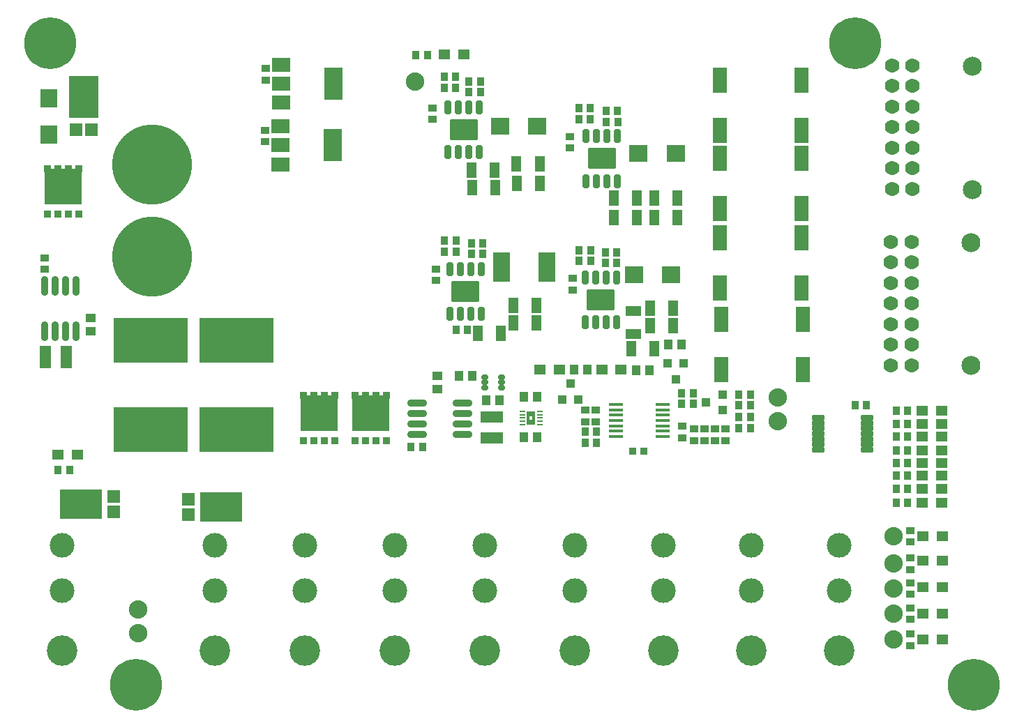
<source format=gts>
G04*
G04 #@! TF.GenerationSoftware,Altium Limited,Altium Designer,19.1.7 (138)*
G04*
G04 Layer_Color=8388736*
%FSLAX25Y25*%
%MOIN*%
G70*
G01*
G75*
%ADD39R,0.06600X0.01400*%
%ADD52R,0.04343X0.03556*%
%ADD53R,0.08674X0.06706*%
%ADD54R,0.08674X0.15761*%
%ADD55R,0.03359X0.03280*%
%ADD56R,0.04540X0.07493*%
%ADD57R,0.03556X0.04343*%
G04:AMPARAMS|DCode=58|XSize=31.62mil|YSize=65.09mil|CornerRadius=6.01mil|HoleSize=0mil|Usage=FLASHONLY|Rotation=0.000|XOffset=0mil|YOffset=0mil|HoleType=Round|Shape=RoundedRectangle|*
%AMROUNDEDRECTD58*
21,1,0.03162,0.05307,0,0,0.0*
21,1,0.01961,0.06509,0,0,0.0*
1,1,0.01202,0.00980,-0.02653*
1,1,0.01202,-0.00980,-0.02653*
1,1,0.01202,-0.00980,0.02653*
1,1,0.01202,0.00980,0.02653*
%
%ADD58ROUNDEDRECTD58*%
G04:AMPARAMS|DCode=59|XSize=102.49mil|YSize=130.05mil|CornerRadius=5.89mil|HoleSize=0mil|Usage=FLASHONLY|Rotation=270.000|XOffset=0mil|YOffset=0mil|HoleType=Round|Shape=RoundedRectangle|*
%AMROUNDEDRECTD59*
21,1,0.10249,0.11827,0,0,270.0*
21,1,0.09071,0.13005,0,0,270.0*
1,1,0.01178,-0.05913,-0.04535*
1,1,0.01178,-0.05913,0.04535*
1,1,0.01178,0.05913,0.04535*
1,1,0.01178,0.05913,-0.04535*
%
%ADD59ROUNDEDRECTD59*%
%ADD60R,0.05721X0.05131*%
%ADD61R,0.06312X0.06272*%
%ADD62R,0.19934X0.14028*%
%ADD63R,0.05524X0.11036*%
%ADD64R,0.04737X0.04343*%
%ADD65O,0.03556X0.09461*%
G04:AMPARAMS|DCode=66|XSize=23.75mil|YSize=33.59mil|CornerRadius=5.97mil|HoleSize=0mil|Usage=FLASHONLY|Rotation=90.000|XOffset=0mil|YOffset=0mil|HoleType=Round|Shape=RoundedRectangle|*
%AMROUNDEDRECTD66*
21,1,0.02375,0.02165,0,0,90.0*
21,1,0.01181,0.03359,0,0,90.0*
1,1,0.01194,0.01083,0.00591*
1,1,0.01194,0.01083,-0.00591*
1,1,0.01194,-0.01083,-0.00591*
1,1,0.01194,-0.01083,0.00591*
%
%ADD66ROUNDEDRECTD66*%
%ADD67R,0.08083X0.14186*%
%ADD68R,0.04343X0.04737*%
%ADD69R,0.03950X0.04343*%
%ADD70R,0.02756X0.00906*%
%ADD71R,0.07000X0.11900*%
%ADD72R,0.08674X0.07887*%
G04:AMPARAMS|DCode=73|XSize=25.72mil|YSize=63.12mil|CornerRadius=5.95mil|HoleSize=0mil|Usage=FLASHONLY|Rotation=90.000|XOffset=0mil|YOffset=0mil|HoleType=Round|Shape=RoundedRectangle|*
%AMROUNDEDRECTD73*
21,1,0.02572,0.05122,0,0,90.0*
21,1,0.01382,0.06312,0,0,90.0*
1,1,0.01190,0.02561,0.00691*
1,1,0.01190,0.02561,-0.00691*
1,1,0.01190,-0.02561,-0.00691*
1,1,0.01190,-0.02561,0.00691*
%
%ADD73ROUNDEDRECTD73*%
%ADD74R,0.11036X0.05524*%
%ADD75O,0.09461X0.03556*%
%ADD76R,0.07493X0.04540*%
%ADD77R,0.14028X0.19934*%
%ADD78R,0.06272X0.06312*%
%ADD79R,0.07887X0.09068*%
%ADD80R,0.04343X0.03950*%
%ADD81R,0.03359X0.03556*%
%ADD82R,0.35249X0.21272*%
%ADD83C,0.38202*%
%ADD84C,0.14580*%
%ADD85C,0.11824*%
%ADD86C,0.08800*%
%ADD87C,0.06942*%
%ADD88C,0.09068*%
%ADD89C,0.24816*%
G36*
X91555Y362502D02*
X91280D01*
Y347166D01*
X73721D01*
Y362502D01*
X73445D01*
Y365534D01*
X76555D01*
Y364058D01*
X78445D01*
Y365534D01*
X81555D01*
Y364058D01*
X83445D01*
Y365534D01*
X86555D01*
Y364058D01*
X88445D01*
Y365534D01*
X91555D01*
Y362502D01*
D02*
G37*
G36*
Y340966D02*
X88445D01*
Y343998D01*
X91555D01*
Y340966D01*
D02*
G37*
G36*
X86555D02*
X83445D01*
Y343998D01*
X86555D01*
Y340966D01*
D02*
G37*
G36*
X81555D02*
X78445D01*
Y343998D01*
X81555D01*
Y340966D01*
D02*
G37*
G36*
X76555D02*
X73445D01*
Y343998D01*
X76555D01*
Y340966D01*
D02*
G37*
G36*
X238555Y254252D02*
X238280D01*
Y238916D01*
X220721D01*
Y254252D01*
X220445D01*
Y257284D01*
X223555D01*
Y255808D01*
X225445D01*
Y257284D01*
X228555D01*
Y255808D01*
X230445D01*
Y257284D01*
X233555D01*
Y255808D01*
X235445D01*
Y257284D01*
X238555D01*
Y254252D01*
D02*
G37*
G36*
X214055D02*
X213779D01*
Y238916D01*
X196221D01*
Y254252D01*
X195945D01*
Y257284D01*
X199055D01*
Y255808D01*
X200945D01*
Y257284D01*
X204055D01*
Y255808D01*
X205945D01*
Y257284D01*
X209055D01*
Y255808D01*
X210945D01*
Y257284D01*
X214055D01*
Y254252D01*
D02*
G37*
G36*
X308198Y245778D02*
Y241791D01*
X304098D01*
Y245778D01*
Y248191D01*
X308198D01*
Y245778D01*
D02*
G37*
G36*
X238555Y232716D02*
X235445D01*
Y235748D01*
X238555D01*
Y232716D01*
D02*
G37*
G36*
X233555D02*
X230445D01*
Y235748D01*
X233555D01*
Y232716D01*
D02*
G37*
G36*
X228555D02*
X225445D01*
Y235748D01*
X228555D01*
Y232716D01*
D02*
G37*
G36*
X223555D02*
X220445D01*
Y235748D01*
X223555D01*
Y232716D01*
D02*
G37*
G36*
X214055D02*
X210945D01*
Y235748D01*
X214055D01*
Y232716D01*
D02*
G37*
G36*
X209055D02*
X205945D01*
Y235748D01*
X209055D01*
Y232716D01*
D02*
G37*
G36*
X204055D02*
X200945D01*
Y235748D01*
X204055D01*
Y232716D01*
D02*
G37*
G36*
X199055D02*
X195945D01*
Y235748D01*
X199055D01*
Y232716D01*
D02*
G37*
%LPC*%
G36*
X306935Y245778D02*
X305360D01*
Y244204D01*
X306935D01*
Y245778D01*
D02*
G37*
%LPD*%
D39*
X346851Y251477D02*
D03*
Y248918D02*
D03*
Y246359D02*
D03*
Y243800D02*
D03*
Y241241D02*
D03*
Y238682D02*
D03*
Y236123D02*
D03*
X369051Y236123D02*
D03*
Y238682D02*
D03*
Y241241D02*
D03*
Y243800D02*
D03*
Y246359D02*
D03*
Y248918D02*
D03*
Y251477D02*
D03*
D52*
X179057Y382560D02*
D03*
Y377048D02*
D03*
X73750Y315988D02*
D03*
Y321500D02*
D03*
X260875Y310744D02*
D03*
Y316256D02*
D03*
X487500Y177984D02*
D03*
Y172472D02*
D03*
X179342Y412006D02*
D03*
Y406494D02*
D03*
X324676Y379512D02*
D03*
Y374000D02*
D03*
X259113Y393256D02*
D03*
Y387744D02*
D03*
X326000Y306244D02*
D03*
Y311756D02*
D03*
X487500Y191256D02*
D03*
Y185744D02*
D03*
X487500Y166256D02*
D03*
Y160744D02*
D03*
Y154256D02*
D03*
Y148744D02*
D03*
Y141756D02*
D03*
Y136244D02*
D03*
X332250Y248694D02*
D03*
Y243182D02*
D03*
X337250Y243182D02*
D03*
Y248694D02*
D03*
X383973Y234297D02*
D03*
Y239809D02*
D03*
X378351Y241006D02*
D03*
Y235494D02*
D03*
X398973Y234297D02*
D03*
Y239809D02*
D03*
X393973Y234297D02*
D03*
Y239809D02*
D03*
X388973Y234297D02*
D03*
Y239809D02*
D03*
D53*
X186598Y384404D02*
D03*
Y375349D02*
D03*
Y366294D02*
D03*
X186848Y413821D02*
D03*
Y404766D02*
D03*
Y395711D02*
D03*
D54*
X211402Y375349D02*
D03*
X211652Y404766D02*
D03*
D55*
X75000Y364018D02*
D03*
X80000D02*
D03*
X85000D02*
D03*
X90000D02*
D03*
Y342482D02*
D03*
X85000D02*
D03*
X80000D02*
D03*
X75000D02*
D03*
X222000Y255768D02*
D03*
X227000D02*
D03*
X232000D02*
D03*
X237000D02*
D03*
Y234232D02*
D03*
X232000D02*
D03*
X227000D02*
D03*
X222000D02*
D03*
X197500Y255768D02*
D03*
X202500D02*
D03*
X207500D02*
D03*
X212500D02*
D03*
Y234232D02*
D03*
X207500D02*
D03*
X202500D02*
D03*
X197500D02*
D03*
D56*
X297861Y298698D02*
D03*
X308885D02*
D03*
X297861Y290448D02*
D03*
X308885D02*
D03*
X291906Y285500D02*
D03*
X280882D02*
D03*
X376259Y350000D02*
D03*
X365235D02*
D03*
X376259Y340750D02*
D03*
X365235D02*
D03*
X345651Y350000D02*
D03*
X356675D02*
D03*
X345726Y340750D02*
D03*
X356750D02*
D03*
X277833Y363500D02*
D03*
X288856D02*
D03*
X277988Y355250D02*
D03*
X289012D02*
D03*
X310512Y357250D02*
D03*
X299488D02*
D03*
X310284Y366441D02*
D03*
X299260D02*
D03*
X353988Y278000D02*
D03*
X365012D02*
D03*
X374000Y289000D02*
D03*
X362976D02*
D03*
X362988Y297500D02*
D03*
X374012D02*
D03*
D57*
X277638Y328500D02*
D03*
X283150D02*
D03*
X270378Y329749D02*
D03*
X264866D02*
D03*
X270378Y324521D02*
D03*
X264866D02*
D03*
X80119Y220250D02*
D03*
X85631D02*
D03*
X270382Y287000D02*
D03*
X275894D02*
D03*
X283150Y323500D02*
D03*
X277638D02*
D03*
X334506Y387744D02*
D03*
X328994D02*
D03*
Y393256D02*
D03*
X334506D02*
D03*
X342086Y391750D02*
D03*
X347598D02*
D03*
X342180Y386500D02*
D03*
X347691D02*
D03*
X264638Y408250D02*
D03*
X270150D02*
D03*
X270250Y402750D02*
D03*
X264738D02*
D03*
X276494Y405750D02*
D03*
X282006D02*
D03*
X276494Y400750D02*
D03*
X282006D02*
D03*
X334756Y325000D02*
D03*
X329244D02*
D03*
X480618Y248500D02*
D03*
X486130D02*
D03*
X480618Y242000D02*
D03*
X486130D02*
D03*
X480618Y236000D02*
D03*
X486130D02*
D03*
X480618Y229500D02*
D03*
X486130D02*
D03*
X480618Y223500D02*
D03*
X486130D02*
D03*
X480618Y217500D02*
D03*
X486130D02*
D03*
X480618Y211000D02*
D03*
X486130D02*
D03*
X480618Y204500D02*
D03*
X486130D02*
D03*
X466458Y251000D02*
D03*
X460947D02*
D03*
X341744Y324000D02*
D03*
X347256D02*
D03*
X341744Y319000D02*
D03*
X347256D02*
D03*
X329244Y320000D02*
D03*
X334756D02*
D03*
X248917Y231000D02*
D03*
X254429D02*
D03*
X337506Y238438D02*
D03*
X331994D02*
D03*
X337506Y233241D02*
D03*
X331994D02*
D03*
X251244Y418500D02*
D03*
X256756D02*
D03*
X411107Y240128D02*
D03*
X405595D02*
D03*
X405595Y245628D02*
D03*
X411107D02*
D03*
X405595Y251128D02*
D03*
X411107D02*
D03*
X411107Y256128D02*
D03*
X405595D02*
D03*
X378095Y251750D02*
D03*
X383607D02*
D03*
X378095Y256750D02*
D03*
X383607D02*
D03*
D58*
X267394Y294772D02*
D03*
X272394D02*
D03*
X277394D02*
D03*
X282394D02*
D03*
X267394Y316228D02*
D03*
X272394D02*
D03*
X277394D02*
D03*
X282394D02*
D03*
X281563Y393478D02*
D03*
X276563D02*
D03*
X271563D02*
D03*
X266563D02*
D03*
X281563Y372022D02*
D03*
X276563D02*
D03*
X271563D02*
D03*
X266563D02*
D03*
X332500Y358272D02*
D03*
X337500D02*
D03*
X342500D02*
D03*
X347500D02*
D03*
X332500Y379728D02*
D03*
X337500D02*
D03*
X342500D02*
D03*
X347500D02*
D03*
X347000Y312228D02*
D03*
X342000D02*
D03*
X337000D02*
D03*
X332000D02*
D03*
X347000Y290772D02*
D03*
X342000D02*
D03*
X337000D02*
D03*
X332000D02*
D03*
D59*
X274894Y305500D02*
D03*
X274063Y382750D02*
D03*
X340000Y369000D02*
D03*
X339500Y301500D02*
D03*
D60*
X80124Y227500D02*
D03*
X89376D02*
D03*
X340011Y268023D02*
D03*
X349263D02*
D03*
X310376Y268158D02*
D03*
X319628D02*
D03*
X502626Y176895D02*
D03*
X493374D02*
D03*
X502626Y188500D02*
D03*
X493374D02*
D03*
X502626Y164000D02*
D03*
X493374D02*
D03*
X502626Y151500D02*
D03*
X493374D02*
D03*
X502626Y139000D02*
D03*
X493374D02*
D03*
X502500Y204500D02*
D03*
X493248D02*
D03*
X502500Y211000D02*
D03*
X493248D02*
D03*
X502500Y217402D02*
D03*
X493248D02*
D03*
X502500Y223500D02*
D03*
X493248D02*
D03*
X502500Y229500D02*
D03*
X493248D02*
D03*
X502500Y236000D02*
D03*
X493248D02*
D03*
X502500Y242000D02*
D03*
X493248D02*
D03*
X502500Y248500D02*
D03*
X493248D02*
D03*
X273964Y418750D02*
D03*
X264712D02*
D03*
D61*
X106927Y207372D02*
D03*
Y200128D02*
D03*
X142500Y198756D02*
D03*
Y206000D02*
D03*
D62*
X91250Y203750D02*
D03*
X158177Y202378D02*
D03*
D63*
X84204Y274000D02*
D03*
X74164D02*
D03*
D64*
X95750Y292650D02*
D03*
Y286350D02*
D03*
X261550Y265157D02*
D03*
Y258858D02*
D03*
D65*
X73750Y286423D02*
D03*
X78750D02*
D03*
X83750D02*
D03*
X88750D02*
D03*
X73750Y308077D02*
D03*
X78750D02*
D03*
X83750D02*
D03*
X88750D02*
D03*
D66*
X292137Y264566D02*
D03*
Y262007D02*
D03*
Y259448D02*
D03*
X284066D02*
D03*
Y262007D02*
D03*
Y264566D02*
D03*
D67*
X313819Y317000D02*
D03*
X291969D02*
D03*
D68*
X371684Y280000D02*
D03*
X377983D02*
D03*
X362792Y267863D02*
D03*
X356493D02*
D03*
X333042Y268158D02*
D03*
X326743D02*
D03*
X290944Y253395D02*
D03*
X284644D02*
D03*
X309150Y235924D02*
D03*
X302850D02*
D03*
X271825Y265157D02*
D03*
X278124D02*
D03*
X302850Y255250D02*
D03*
X309150D02*
D03*
D69*
X379051Y271266D02*
D03*
X371571D02*
D03*
X375311Y263392D02*
D03*
X321247Y253713D02*
D03*
X328727D02*
D03*
X324987Y261587D02*
D03*
D70*
X310281Y241841D02*
D03*
Y243416D02*
D03*
Y244991D02*
D03*
Y246566D02*
D03*
Y248141D02*
D03*
X302014D02*
D03*
Y246566D02*
D03*
Y244991D02*
D03*
Y243416D02*
D03*
Y241841D02*
D03*
D71*
X396500Y382500D02*
D03*
Y406500D02*
D03*
X435500D02*
D03*
Y382500D02*
D03*
X396425Y345000D02*
D03*
Y369000D02*
D03*
X435425D02*
D03*
Y345000D02*
D03*
X397000Y268000D02*
D03*
Y292000D02*
D03*
X436000D02*
D03*
Y268000D02*
D03*
X396500Y307000D02*
D03*
Y331000D02*
D03*
X435500D02*
D03*
Y307000D02*
D03*
D72*
X375295Y371559D02*
D03*
X357579D02*
D03*
X309249Y384559D02*
D03*
X291532D02*
D03*
X373000Y313500D02*
D03*
X355283D02*
D03*
D73*
X466614Y229823D02*
D03*
Y232382D02*
D03*
Y234941D02*
D03*
Y237500D02*
D03*
Y240059D02*
D03*
Y242618D02*
D03*
Y245177D02*
D03*
X443386Y229823D02*
D03*
Y232382D02*
D03*
Y234941D02*
D03*
Y237500D02*
D03*
Y240059D02*
D03*
Y242618D02*
D03*
Y245177D02*
D03*
D74*
X287500Y245520D02*
D03*
Y235480D02*
D03*
D75*
X273327Y237000D02*
D03*
Y242000D02*
D03*
Y247000D02*
D03*
Y252000D02*
D03*
X251673Y237000D02*
D03*
Y242000D02*
D03*
Y247000D02*
D03*
Y252000D02*
D03*
D76*
X355000Y284976D02*
D03*
Y296000D02*
D03*
D77*
X92500Y398500D02*
D03*
D78*
X88878Y382823D02*
D03*
X96122D02*
D03*
D79*
X75750Y380589D02*
D03*
Y397911D02*
D03*
D80*
X389914Y252550D02*
D03*
X397788Y256290D02*
D03*
Y248810D02*
D03*
D81*
X354773Y229250D02*
D03*
X360088D02*
D03*
D82*
X165500Y282000D02*
D03*
Y239480D02*
D03*
X124500Y282000D02*
D03*
Y239480D02*
D03*
D83*
X125000Y322250D02*
D03*
Y366250D02*
D03*
D84*
X82250Y133750D02*
D03*
X198000Y133858D02*
D03*
X155000D02*
D03*
X284000D02*
D03*
X241000D02*
D03*
X369500D02*
D03*
X327000D02*
D03*
X453500D02*
D03*
X411500D02*
D03*
D85*
X82250Y184144D02*
D03*
Y162490D02*
D03*
X198000Y162598D02*
D03*
Y184252D02*
D03*
X155000Y162598D02*
D03*
Y184252D02*
D03*
X284000Y162598D02*
D03*
Y184252D02*
D03*
X241000Y162598D02*
D03*
Y184252D02*
D03*
X369500Y162598D02*
D03*
Y184252D02*
D03*
X327000Y162598D02*
D03*
Y184252D02*
D03*
X453500Y162598D02*
D03*
Y184252D02*
D03*
X411500Y162598D02*
D03*
Y184252D02*
D03*
D86*
X424250Y243378D02*
D03*
Y254750D02*
D03*
X479500Y175611D02*
D03*
X250850Y405750D02*
D03*
X118500Y153500D02*
D03*
X479500Y139000D02*
D03*
X118500Y142000D02*
D03*
X479500Y188500D02*
D03*
Y163500D02*
D03*
Y151500D02*
D03*
D87*
X478213Y329252D02*
D03*
Y319409D02*
D03*
Y309567D02*
D03*
Y299724D02*
D03*
Y289882D02*
D03*
Y280039D02*
D03*
Y270197D02*
D03*
X488055Y329252D02*
D03*
Y319409D02*
D03*
Y309567D02*
D03*
Y299724D02*
D03*
Y289882D02*
D03*
Y280039D02*
D03*
Y270197D02*
D03*
X478657Y413519D02*
D03*
Y403677D02*
D03*
Y393834D02*
D03*
Y383992D02*
D03*
Y374149D02*
D03*
Y364307D02*
D03*
Y354464D02*
D03*
X488500Y413519D02*
D03*
Y403677D02*
D03*
Y393834D02*
D03*
Y383992D02*
D03*
Y374149D02*
D03*
Y364307D02*
D03*
Y354464D02*
D03*
D88*
X516500Y270000D02*
D03*
Y328957D02*
D03*
X516945Y354268D02*
D03*
Y413224D02*
D03*
D89*
X461000Y424250D02*
D03*
X76500D02*
D03*
X517750Y117500D02*
D03*
X117500D02*
D03*
M02*

</source>
